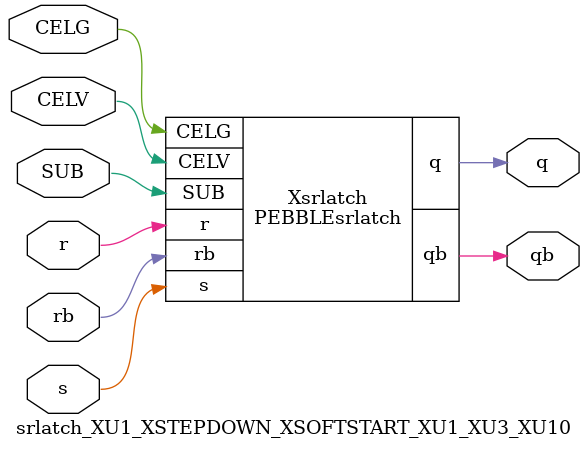
<source format=v>



module PEBBLEsrlatch ( q, qb, CELG, CELV, SUB, r, rb, s );

  input CELV;
  input s;
  output q;
  input rb;
  input r;
  input SUB;
  input CELG;
  output qb;
endmodule

//Celera Confidential Do Not Copy srlatch_XU1_XSTEPDOWN_XSOFTSTART_XU1_XU3_XU10
//Celera Confidential Symbol Generator
//SR Latch
module srlatch_XU1_XSTEPDOWN_XSOFTSTART_XU1_XU3_XU10 (CELV,CELG,s,r,rb,q,qb,SUB);
input CELV;
input CELG;
input s;
input r;
input rb;
input SUB;
output q;
output qb;

//Celera Confidential Do Not Copy srlatch
PEBBLEsrlatch Xsrlatch(
.CELV (CELV),
.r (r),
.s (s),
.q (q),
.qb (qb),
.rb (rb),
.SUB (SUB),
.CELG (CELG)
);
//,diesize,PEBBLEsrlatch

//Celera Confidential Do Not Copy Module End
//Celera Schematic Generator
endmodule

</source>
